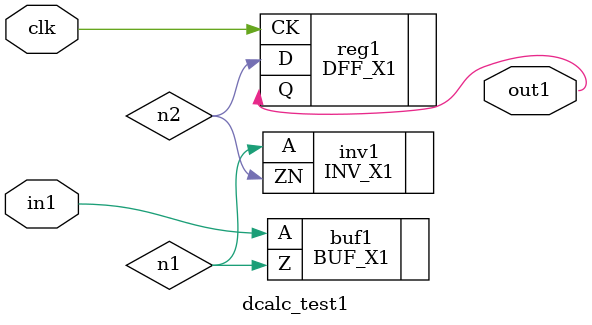
<source format=v>
module dcalc_test1 (clk, in1, out1);
  input clk, in1;
  output out1;
  wire n1, n2;

  BUF_X1 buf1 (.A(in1), .Z(n1));
  INV_X1 inv1 (.A(n1), .ZN(n2));
  DFF_X1 reg1 (.D(n2), .CK(clk), .Q(out1));
endmodule

</source>
